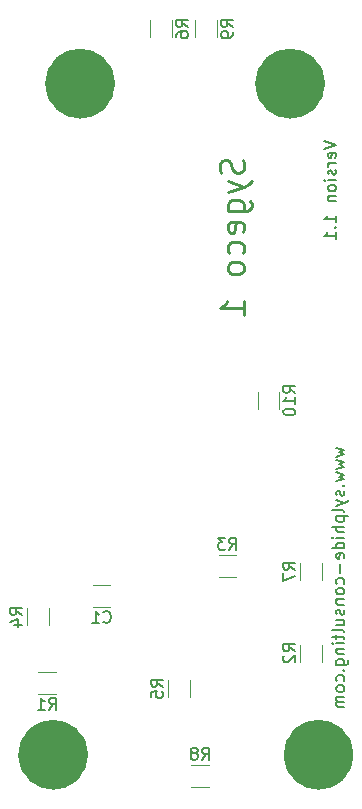
<source format=gbr>
%TF.GenerationSoftware,KiCad,Pcbnew,6.0.9*%
%TF.CreationDate,2023-02-22T15:13:05+01:00*%
%TF.ProjectId,sygeco1,73796765-636f-4312-9e6b-696361645f70,1.0*%
%TF.SameCoordinates,Original*%
%TF.FileFunction,Legend,Bot*%
%TF.FilePolarity,Positive*%
%FSLAX46Y46*%
G04 Gerber Fmt 4.6, Leading zero omitted, Abs format (unit mm)*
G04 Created by KiCad (PCBNEW 6.0.9) date 2023-02-22 15:13:05*
%MOMM*%
%LPD*%
G01*
G04 APERTURE LIST*
%ADD10C,0.150000*%
%ADD11C,0.250000*%
%ADD12C,0.120000*%
%ADD13C,2.960000*%
G04 APERTURE END LIST*
D10*
X154011380Y-70739523D02*
X155011380Y-71072857D01*
X154011380Y-71406190D01*
X154963761Y-72120476D02*
X155011380Y-72025238D01*
X155011380Y-71834761D01*
X154963761Y-71739523D01*
X154868523Y-71691904D01*
X154487571Y-71691904D01*
X154392333Y-71739523D01*
X154344714Y-71834761D01*
X154344714Y-72025238D01*
X154392333Y-72120476D01*
X154487571Y-72168095D01*
X154582809Y-72168095D01*
X154678047Y-71691904D01*
X155011380Y-72596666D02*
X154344714Y-72596666D01*
X154535190Y-72596666D02*
X154439952Y-72644285D01*
X154392333Y-72691904D01*
X154344714Y-72787142D01*
X154344714Y-72882380D01*
X154963761Y-73168095D02*
X155011380Y-73263333D01*
X155011380Y-73453809D01*
X154963761Y-73549047D01*
X154868523Y-73596666D01*
X154820904Y-73596666D01*
X154725666Y-73549047D01*
X154678047Y-73453809D01*
X154678047Y-73310952D01*
X154630428Y-73215714D01*
X154535190Y-73168095D01*
X154487571Y-73168095D01*
X154392333Y-73215714D01*
X154344714Y-73310952D01*
X154344714Y-73453809D01*
X154392333Y-73549047D01*
X155011380Y-74025238D02*
X154344714Y-74025238D01*
X154011380Y-74025238D02*
X154059000Y-73977619D01*
X154106619Y-74025238D01*
X154059000Y-74072857D01*
X154011380Y-74025238D01*
X154106619Y-74025238D01*
X155011380Y-74644285D02*
X154963761Y-74549047D01*
X154916142Y-74501428D01*
X154820904Y-74453809D01*
X154535190Y-74453809D01*
X154439952Y-74501428D01*
X154392333Y-74549047D01*
X154344714Y-74644285D01*
X154344714Y-74787142D01*
X154392333Y-74882380D01*
X154439952Y-74930000D01*
X154535190Y-74977619D01*
X154820904Y-74977619D01*
X154916142Y-74930000D01*
X154963761Y-74882380D01*
X155011380Y-74787142D01*
X155011380Y-74644285D01*
X154344714Y-75406190D02*
X155011380Y-75406190D01*
X154439952Y-75406190D02*
X154392333Y-75453809D01*
X154344714Y-75549047D01*
X154344714Y-75691904D01*
X154392333Y-75787142D01*
X154487571Y-75834761D01*
X155011380Y-75834761D01*
X155011380Y-77596666D02*
X155011380Y-77025238D01*
X155011380Y-77310952D02*
X154011380Y-77310952D01*
X154154238Y-77215714D01*
X154249476Y-77120476D01*
X154297095Y-77025238D01*
X154916142Y-78025238D02*
X154963761Y-78072857D01*
X155011380Y-78025238D01*
X154963761Y-77977619D01*
X154916142Y-78025238D01*
X155011380Y-78025238D01*
X155011380Y-79025238D02*
X155011380Y-78453809D01*
X155011380Y-78739523D02*
X154011380Y-78739523D01*
X154154238Y-78644285D01*
X154249476Y-78549047D01*
X154297095Y-78453809D01*
X155043214Y-96672190D02*
X155709880Y-96862666D01*
X155233690Y-97053142D01*
X155709880Y-97243619D01*
X155043214Y-97434095D01*
X155043214Y-97719809D02*
X155709880Y-97910285D01*
X155233690Y-98100761D01*
X155709880Y-98291238D01*
X155043214Y-98481714D01*
X155043214Y-98767428D02*
X155709880Y-98957904D01*
X155233690Y-99148380D01*
X155709880Y-99338857D01*
X155043214Y-99529333D01*
X155614642Y-99910285D02*
X155662261Y-99957904D01*
X155709880Y-99910285D01*
X155662261Y-99862666D01*
X155614642Y-99910285D01*
X155709880Y-99910285D01*
X155662261Y-100338857D02*
X155709880Y-100434095D01*
X155709880Y-100624571D01*
X155662261Y-100719809D01*
X155567023Y-100767428D01*
X155519404Y-100767428D01*
X155424166Y-100719809D01*
X155376547Y-100624571D01*
X155376547Y-100481714D01*
X155328928Y-100386476D01*
X155233690Y-100338857D01*
X155186071Y-100338857D01*
X155090833Y-100386476D01*
X155043214Y-100481714D01*
X155043214Y-100624571D01*
X155090833Y-100719809D01*
X155043214Y-101100761D02*
X155709880Y-101338857D01*
X155043214Y-101576952D02*
X155709880Y-101338857D01*
X155947976Y-101243619D01*
X155995595Y-101196000D01*
X156043214Y-101100761D01*
X155709880Y-102100761D02*
X155662261Y-102005523D01*
X155567023Y-101957904D01*
X154709880Y-101957904D01*
X155043214Y-102481714D02*
X156043214Y-102481714D01*
X155090833Y-102481714D02*
X155043214Y-102576952D01*
X155043214Y-102767428D01*
X155090833Y-102862666D01*
X155138452Y-102910285D01*
X155233690Y-102957904D01*
X155519404Y-102957904D01*
X155614642Y-102910285D01*
X155662261Y-102862666D01*
X155709880Y-102767428D01*
X155709880Y-102576952D01*
X155662261Y-102481714D01*
X155709880Y-103386476D02*
X154709880Y-103386476D01*
X155709880Y-103815047D02*
X155186071Y-103815047D01*
X155090833Y-103767428D01*
X155043214Y-103672190D01*
X155043214Y-103529333D01*
X155090833Y-103434095D01*
X155138452Y-103386476D01*
X155709880Y-104291238D02*
X155043214Y-104291238D01*
X154709880Y-104291238D02*
X154757500Y-104243619D01*
X154805119Y-104291238D01*
X154757500Y-104338857D01*
X154709880Y-104291238D01*
X154805119Y-104291238D01*
X155709880Y-105196000D02*
X154709880Y-105196000D01*
X155662261Y-105196000D02*
X155709880Y-105100761D01*
X155709880Y-104910285D01*
X155662261Y-104815047D01*
X155614642Y-104767428D01*
X155519404Y-104719809D01*
X155233690Y-104719809D01*
X155138452Y-104767428D01*
X155090833Y-104815047D01*
X155043214Y-104910285D01*
X155043214Y-105100761D01*
X155090833Y-105196000D01*
X155662261Y-106053142D02*
X155709880Y-105957904D01*
X155709880Y-105767428D01*
X155662261Y-105672190D01*
X155567023Y-105624571D01*
X155186071Y-105624571D01*
X155090833Y-105672190D01*
X155043214Y-105767428D01*
X155043214Y-105957904D01*
X155090833Y-106053142D01*
X155186071Y-106100761D01*
X155281309Y-106100761D01*
X155376547Y-105624571D01*
X155328928Y-106529333D02*
X155328928Y-107291238D01*
X155662261Y-108196000D02*
X155709880Y-108100761D01*
X155709880Y-107910285D01*
X155662261Y-107815047D01*
X155614642Y-107767428D01*
X155519404Y-107719809D01*
X155233690Y-107719809D01*
X155138452Y-107767428D01*
X155090833Y-107815047D01*
X155043214Y-107910285D01*
X155043214Y-108100761D01*
X155090833Y-108196000D01*
X155709880Y-108767428D02*
X155662261Y-108672190D01*
X155614642Y-108624571D01*
X155519404Y-108576952D01*
X155233690Y-108576952D01*
X155138452Y-108624571D01*
X155090833Y-108672190D01*
X155043214Y-108767428D01*
X155043214Y-108910285D01*
X155090833Y-109005523D01*
X155138452Y-109053142D01*
X155233690Y-109100761D01*
X155519404Y-109100761D01*
X155614642Y-109053142D01*
X155662261Y-109005523D01*
X155709880Y-108910285D01*
X155709880Y-108767428D01*
X155043214Y-109529333D02*
X155709880Y-109529333D01*
X155138452Y-109529333D02*
X155090833Y-109576952D01*
X155043214Y-109672190D01*
X155043214Y-109815047D01*
X155090833Y-109910285D01*
X155186071Y-109957904D01*
X155709880Y-109957904D01*
X155662261Y-110386476D02*
X155709880Y-110481714D01*
X155709880Y-110672190D01*
X155662261Y-110767428D01*
X155567023Y-110815047D01*
X155519404Y-110815047D01*
X155424166Y-110767428D01*
X155376547Y-110672190D01*
X155376547Y-110529333D01*
X155328928Y-110434095D01*
X155233690Y-110386476D01*
X155186071Y-110386476D01*
X155090833Y-110434095D01*
X155043214Y-110529333D01*
X155043214Y-110672190D01*
X155090833Y-110767428D01*
X155043214Y-111672190D02*
X155709880Y-111672190D01*
X155043214Y-111243619D02*
X155567023Y-111243619D01*
X155662261Y-111291238D01*
X155709880Y-111386476D01*
X155709880Y-111529333D01*
X155662261Y-111624571D01*
X155614642Y-111672190D01*
X155709880Y-112291238D02*
X155662261Y-112196000D01*
X155567023Y-112148380D01*
X154709880Y-112148380D01*
X155043214Y-112529333D02*
X155043214Y-112910285D01*
X154709880Y-112672190D02*
X155567023Y-112672190D01*
X155662261Y-112719809D01*
X155709880Y-112815047D01*
X155709880Y-112910285D01*
X155709880Y-113243619D02*
X155043214Y-113243619D01*
X154709880Y-113243619D02*
X154757500Y-113196000D01*
X154805119Y-113243619D01*
X154757500Y-113291238D01*
X154709880Y-113243619D01*
X154805119Y-113243619D01*
X155043214Y-113719809D02*
X155709880Y-113719809D01*
X155138452Y-113719809D02*
X155090833Y-113767428D01*
X155043214Y-113862666D01*
X155043214Y-114005523D01*
X155090833Y-114100761D01*
X155186071Y-114148380D01*
X155709880Y-114148380D01*
X155043214Y-115053142D02*
X155852738Y-115053142D01*
X155947976Y-115005523D01*
X155995595Y-114957904D01*
X156043214Y-114862666D01*
X156043214Y-114719809D01*
X155995595Y-114624571D01*
X155662261Y-115053142D02*
X155709880Y-114957904D01*
X155709880Y-114767428D01*
X155662261Y-114672190D01*
X155614642Y-114624571D01*
X155519404Y-114576952D01*
X155233690Y-114576952D01*
X155138452Y-114624571D01*
X155090833Y-114672190D01*
X155043214Y-114767428D01*
X155043214Y-114957904D01*
X155090833Y-115053142D01*
X155614642Y-115529333D02*
X155662261Y-115576952D01*
X155709880Y-115529333D01*
X155662261Y-115481714D01*
X155614642Y-115529333D01*
X155709880Y-115529333D01*
X155662261Y-116434095D02*
X155709880Y-116338857D01*
X155709880Y-116148380D01*
X155662261Y-116053142D01*
X155614642Y-116005523D01*
X155519404Y-115957904D01*
X155233690Y-115957904D01*
X155138452Y-116005523D01*
X155090833Y-116053142D01*
X155043214Y-116148380D01*
X155043214Y-116338857D01*
X155090833Y-116434095D01*
X155709880Y-117005523D02*
X155662261Y-116910285D01*
X155614642Y-116862666D01*
X155519404Y-116815047D01*
X155233690Y-116815047D01*
X155138452Y-116862666D01*
X155090833Y-116910285D01*
X155043214Y-117005523D01*
X155043214Y-117148380D01*
X155090833Y-117243619D01*
X155138452Y-117291238D01*
X155233690Y-117338857D01*
X155519404Y-117338857D01*
X155614642Y-117291238D01*
X155662261Y-117243619D01*
X155709880Y-117148380D01*
X155709880Y-117005523D01*
X155709880Y-117767428D02*
X155043214Y-117767428D01*
X155138452Y-117767428D02*
X155090833Y-117815047D01*
X155043214Y-117910285D01*
X155043214Y-118053142D01*
X155090833Y-118148380D01*
X155186071Y-118196000D01*
X155709880Y-118196000D01*
X155186071Y-118196000D02*
X155090833Y-118243619D01*
X155043214Y-118338857D01*
X155043214Y-118481714D01*
X155090833Y-118576952D01*
X155186071Y-118624571D01*
X155709880Y-118624571D01*
D11*
X147113523Y-72295571D02*
X147208761Y-72581285D01*
X147208761Y-73057476D01*
X147113523Y-73247952D01*
X147018285Y-73343190D01*
X146827809Y-73438428D01*
X146637333Y-73438428D01*
X146446857Y-73343190D01*
X146351619Y-73247952D01*
X146256380Y-73057476D01*
X146161142Y-72676523D01*
X146065904Y-72486047D01*
X145970666Y-72390809D01*
X145780190Y-72295571D01*
X145589714Y-72295571D01*
X145399238Y-72390809D01*
X145304000Y-72486047D01*
X145208761Y-72676523D01*
X145208761Y-73152714D01*
X145304000Y-73438428D01*
X145875428Y-74105095D02*
X147208761Y-74581285D01*
X145875428Y-75057476D02*
X147208761Y-74581285D01*
X147684952Y-74390809D01*
X147780190Y-74295571D01*
X147875428Y-74105095D01*
X145875428Y-76676523D02*
X147494476Y-76676523D01*
X147684952Y-76581285D01*
X147780190Y-76486047D01*
X147875428Y-76295571D01*
X147875428Y-76009857D01*
X147780190Y-75819380D01*
X147113523Y-76676523D02*
X147208761Y-76486047D01*
X147208761Y-76105095D01*
X147113523Y-75914619D01*
X147018285Y-75819380D01*
X146827809Y-75724142D01*
X146256380Y-75724142D01*
X146065904Y-75819380D01*
X145970666Y-75914619D01*
X145875428Y-76105095D01*
X145875428Y-76486047D01*
X145970666Y-76676523D01*
X147113523Y-78390809D02*
X147208761Y-78200333D01*
X147208761Y-77819380D01*
X147113523Y-77628904D01*
X146923047Y-77533666D01*
X146161142Y-77533666D01*
X145970666Y-77628904D01*
X145875428Y-77819380D01*
X145875428Y-78200333D01*
X145970666Y-78390809D01*
X146161142Y-78486047D01*
X146351619Y-78486047D01*
X146542095Y-77533666D01*
X147113523Y-80200333D02*
X147208761Y-80009857D01*
X147208761Y-79628904D01*
X147113523Y-79438428D01*
X147018285Y-79343190D01*
X146827809Y-79247952D01*
X146256380Y-79247952D01*
X146065904Y-79343190D01*
X145970666Y-79438428D01*
X145875428Y-79628904D01*
X145875428Y-80009857D01*
X145970666Y-80200333D01*
X147208761Y-81343190D02*
X147113523Y-81152714D01*
X147018285Y-81057476D01*
X146827809Y-80962238D01*
X146256380Y-80962238D01*
X146065904Y-81057476D01*
X145970666Y-81152714D01*
X145875428Y-81343190D01*
X145875428Y-81628904D01*
X145970666Y-81819380D01*
X146065904Y-81914619D01*
X146256380Y-82009857D01*
X146827809Y-82009857D01*
X147018285Y-81914619D01*
X147113523Y-81819380D01*
X147208761Y-81628904D01*
X147208761Y-81343190D01*
X147208761Y-85438428D02*
X147208761Y-84295571D01*
X147208761Y-84867000D02*
X145208761Y-84867000D01*
X145494476Y-84676523D01*
X145684952Y-84486047D01*
X145780190Y-84295571D01*
D10*
%TO.C,R3*%
X145988666Y-105312380D02*
X146322000Y-104836190D01*
X146560095Y-105312380D02*
X146560095Y-104312380D01*
X146179142Y-104312380D01*
X146083904Y-104360000D01*
X146036285Y-104407619D01*
X145988666Y-104502857D01*
X145988666Y-104645714D01*
X146036285Y-104740952D01*
X146083904Y-104788571D01*
X146179142Y-104836190D01*
X146560095Y-104836190D01*
X145655333Y-104312380D02*
X145036285Y-104312380D01*
X145369619Y-104693333D01*
X145226761Y-104693333D01*
X145131523Y-104740952D01*
X145083904Y-104788571D01*
X145036285Y-104883809D01*
X145036285Y-105121904D01*
X145083904Y-105217142D01*
X145131523Y-105264761D01*
X145226761Y-105312380D01*
X145512476Y-105312380D01*
X145607714Y-105264761D01*
X145655333Y-105217142D01*
%TO.C,R4*%
X128426380Y-110831333D02*
X127950190Y-110498000D01*
X128426380Y-110259904D02*
X127426380Y-110259904D01*
X127426380Y-110640857D01*
X127474000Y-110736095D01*
X127521619Y-110783714D01*
X127616857Y-110831333D01*
X127759714Y-110831333D01*
X127854952Y-110783714D01*
X127902571Y-110736095D01*
X127950190Y-110640857D01*
X127950190Y-110259904D01*
X127759714Y-111688476D02*
X128426380Y-111688476D01*
X127378761Y-111450380D02*
X128093047Y-111212285D01*
X128093047Y-111831333D01*
%TO.C,R5*%
X140364380Y-116901333D02*
X139888190Y-116568000D01*
X140364380Y-116329904D02*
X139364380Y-116329904D01*
X139364380Y-116710857D01*
X139412000Y-116806095D01*
X139459619Y-116853714D01*
X139554857Y-116901333D01*
X139697714Y-116901333D01*
X139792952Y-116853714D01*
X139840571Y-116806095D01*
X139888190Y-116710857D01*
X139888190Y-116329904D01*
X139364380Y-117806095D02*
X139364380Y-117329904D01*
X139840571Y-117282285D01*
X139792952Y-117329904D01*
X139745333Y-117425142D01*
X139745333Y-117663238D01*
X139792952Y-117758476D01*
X139840571Y-117806095D01*
X139935809Y-117853714D01*
X140173904Y-117853714D01*
X140269142Y-117806095D01*
X140316761Y-117758476D01*
X140364380Y-117663238D01*
X140364380Y-117425142D01*
X140316761Y-117329904D01*
X140269142Y-117282285D01*
%TO.C,C1*%
X135333166Y-111427142D02*
X135380785Y-111474761D01*
X135523642Y-111522380D01*
X135618880Y-111522380D01*
X135761738Y-111474761D01*
X135856976Y-111379523D01*
X135904595Y-111284285D01*
X135952214Y-111093809D01*
X135952214Y-110950952D01*
X135904595Y-110760476D01*
X135856976Y-110665238D01*
X135761738Y-110570000D01*
X135618880Y-110522380D01*
X135523642Y-110522380D01*
X135380785Y-110570000D01*
X135333166Y-110617619D01*
X134380785Y-111522380D02*
X134952214Y-111522380D01*
X134666500Y-111522380D02*
X134666500Y-110522380D01*
X134761738Y-110665238D01*
X134856976Y-110760476D01*
X134952214Y-110808095D01*
%TO.C,R6*%
X142480380Y-61047333D02*
X142004190Y-60714000D01*
X142480380Y-60475904D02*
X141480380Y-60475904D01*
X141480380Y-60856857D01*
X141528000Y-60952095D01*
X141575619Y-60999714D01*
X141670857Y-61047333D01*
X141813714Y-61047333D01*
X141908952Y-60999714D01*
X141956571Y-60952095D01*
X142004190Y-60856857D01*
X142004190Y-60475904D01*
X141480380Y-61904476D02*
X141480380Y-61714000D01*
X141528000Y-61618761D01*
X141575619Y-61571142D01*
X141718476Y-61475904D01*
X141908952Y-61428285D01*
X142289904Y-61428285D01*
X142385142Y-61475904D01*
X142432761Y-61523523D01*
X142480380Y-61618761D01*
X142480380Y-61809238D01*
X142432761Y-61904476D01*
X142385142Y-61952095D01*
X142289904Y-61999714D01*
X142051809Y-61999714D01*
X141956571Y-61952095D01*
X141908952Y-61904476D01*
X141861333Y-61809238D01*
X141861333Y-61618761D01*
X141908952Y-61523523D01*
X141956571Y-61475904D01*
X142051809Y-61428285D01*
%TO.C,R8*%
X143676666Y-123092380D02*
X144010000Y-122616190D01*
X144248095Y-123092380D02*
X144248095Y-122092380D01*
X143867142Y-122092380D01*
X143771904Y-122140000D01*
X143724285Y-122187619D01*
X143676666Y-122282857D01*
X143676666Y-122425714D01*
X143724285Y-122520952D01*
X143771904Y-122568571D01*
X143867142Y-122616190D01*
X144248095Y-122616190D01*
X143105238Y-122520952D02*
X143200476Y-122473333D01*
X143248095Y-122425714D01*
X143295714Y-122330476D01*
X143295714Y-122282857D01*
X143248095Y-122187619D01*
X143200476Y-122140000D01*
X143105238Y-122092380D01*
X142914761Y-122092380D01*
X142819523Y-122140000D01*
X142771904Y-122187619D01*
X142724285Y-122282857D01*
X142724285Y-122330476D01*
X142771904Y-122425714D01*
X142819523Y-122473333D01*
X142914761Y-122520952D01*
X143105238Y-122520952D01*
X143200476Y-122568571D01*
X143248095Y-122616190D01*
X143295714Y-122711428D01*
X143295714Y-122901904D01*
X143248095Y-122997142D01*
X143200476Y-123044761D01*
X143105238Y-123092380D01*
X142914761Y-123092380D01*
X142819523Y-123044761D01*
X142771904Y-122997142D01*
X142724285Y-122901904D01*
X142724285Y-122711428D01*
X142771904Y-122616190D01*
X142819523Y-122568571D01*
X142914761Y-122520952D01*
%TO.C,R1*%
X130722666Y-118858380D02*
X131056000Y-118382190D01*
X131294095Y-118858380D02*
X131294095Y-117858380D01*
X130913142Y-117858380D01*
X130817904Y-117906000D01*
X130770285Y-117953619D01*
X130722666Y-118048857D01*
X130722666Y-118191714D01*
X130770285Y-118286952D01*
X130817904Y-118334571D01*
X130913142Y-118382190D01*
X131294095Y-118382190D01*
X129770285Y-118858380D02*
X130341714Y-118858380D01*
X130056000Y-118858380D02*
X130056000Y-117858380D01*
X130151238Y-118001238D01*
X130246476Y-118096476D01*
X130341714Y-118144095D01*
%TO.C,R7*%
X151540380Y-106995333D02*
X151064190Y-106662000D01*
X151540380Y-106423904D02*
X150540380Y-106423904D01*
X150540380Y-106804857D01*
X150588000Y-106900095D01*
X150635619Y-106947714D01*
X150730857Y-106995333D01*
X150873714Y-106995333D01*
X150968952Y-106947714D01*
X151016571Y-106900095D01*
X151064190Y-106804857D01*
X151064190Y-106423904D01*
X150540380Y-107328666D02*
X150540380Y-107995333D01*
X151540380Y-107566761D01*
%TO.C,R2*%
X151540380Y-113905333D02*
X151064190Y-113572000D01*
X151540380Y-113333904D02*
X150540380Y-113333904D01*
X150540380Y-113714857D01*
X150588000Y-113810095D01*
X150635619Y-113857714D01*
X150730857Y-113905333D01*
X150873714Y-113905333D01*
X150968952Y-113857714D01*
X151016571Y-113810095D01*
X151064190Y-113714857D01*
X151064190Y-113333904D01*
X150635619Y-114286285D02*
X150588000Y-114333904D01*
X150540380Y-114429142D01*
X150540380Y-114667238D01*
X150588000Y-114762476D01*
X150635619Y-114810095D01*
X150730857Y-114857714D01*
X150826095Y-114857714D01*
X150968952Y-114810095D01*
X151540380Y-114238666D01*
X151540380Y-114857714D01*
%TO.C,R9*%
X146290380Y-61047333D02*
X145814190Y-60714000D01*
X146290380Y-60475904D02*
X145290380Y-60475904D01*
X145290380Y-60856857D01*
X145338000Y-60952095D01*
X145385619Y-60999714D01*
X145480857Y-61047333D01*
X145623714Y-61047333D01*
X145718952Y-60999714D01*
X145766571Y-60952095D01*
X145814190Y-60856857D01*
X145814190Y-60475904D01*
X146290380Y-61523523D02*
X146290380Y-61714000D01*
X146242761Y-61809238D01*
X146195142Y-61856857D01*
X146052285Y-61952095D01*
X145861809Y-61999714D01*
X145480857Y-61999714D01*
X145385619Y-61952095D01*
X145338000Y-61904476D01*
X145290380Y-61809238D01*
X145290380Y-61618761D01*
X145338000Y-61523523D01*
X145385619Y-61475904D01*
X145480857Y-61428285D01*
X145718952Y-61428285D01*
X145814190Y-61475904D01*
X145861809Y-61523523D01*
X145909428Y-61618761D01*
X145909428Y-61809238D01*
X145861809Y-61904476D01*
X145814190Y-61952095D01*
X145718952Y-61999714D01*
%TO.C,R10*%
X151560880Y-92029642D02*
X151084690Y-91696309D01*
X151560880Y-91458214D02*
X150560880Y-91458214D01*
X150560880Y-91839166D01*
X150608500Y-91934404D01*
X150656119Y-91982023D01*
X150751357Y-92029642D01*
X150894214Y-92029642D01*
X150989452Y-91982023D01*
X151037071Y-91934404D01*
X151084690Y-91839166D01*
X151084690Y-91458214D01*
X151560880Y-92982023D02*
X151560880Y-92410595D01*
X151560880Y-92696309D02*
X150560880Y-92696309D01*
X150703738Y-92601071D01*
X150798976Y-92505833D01*
X150846595Y-92410595D01*
X150560880Y-93601071D02*
X150560880Y-93696309D01*
X150608500Y-93791547D01*
X150656119Y-93839166D01*
X150751357Y-93886785D01*
X150941833Y-93934404D01*
X151179928Y-93934404D01*
X151370404Y-93886785D01*
X151465642Y-93839166D01*
X151513261Y-93791547D01*
X151560880Y-93696309D01*
X151560880Y-93601071D01*
X151513261Y-93505833D01*
X151465642Y-93458214D01*
X151370404Y-93410595D01*
X151179928Y-93362976D01*
X150941833Y-93362976D01*
X150751357Y-93410595D01*
X150656119Y-93458214D01*
X150608500Y-93505833D01*
X150560880Y-93601071D01*
D12*
%TO.C,R3*%
X146549064Y-105770000D02*
X145094936Y-105770000D01*
X146549064Y-107590000D02*
X145094936Y-107590000D01*
%TO.C,R4*%
X128884000Y-110270936D02*
X128884000Y-111725064D01*
X130704000Y-110270936D02*
X130704000Y-111725064D01*
%TO.C,R5*%
X140822000Y-116340936D02*
X140822000Y-117795064D01*
X142642000Y-116340936D02*
X142642000Y-117795064D01*
%TO.C,C1*%
X134455248Y-108310000D02*
X135877752Y-108310000D01*
X134455248Y-110130000D02*
X135877752Y-110130000D01*
%TO.C,R6*%
X139298000Y-61941064D02*
X139298000Y-60486936D01*
X141118000Y-61941064D02*
X141118000Y-60486936D01*
%TO.C,R8*%
X144237064Y-125370000D02*
X142782936Y-125370000D01*
X144237064Y-123550000D02*
X142782936Y-123550000D01*
%TO.C,R1*%
X129828936Y-115676000D02*
X131283064Y-115676000D01*
X129828936Y-117496000D02*
X131283064Y-117496000D01*
%TO.C,R7*%
X153818000Y-106434936D02*
X153818000Y-107889064D01*
X151998000Y-106434936D02*
X151998000Y-107889064D01*
%TO.C,R2*%
X153818000Y-113344936D02*
X153818000Y-114799064D01*
X151998000Y-113344936D02*
X151998000Y-114799064D01*
%TO.C,R9*%
X143108000Y-61941064D02*
X143108000Y-60486936D01*
X144928000Y-61941064D02*
X144928000Y-60486936D01*
%TO.C,R10*%
X148378500Y-93399564D02*
X148378500Y-91945436D01*
X150198500Y-93399564D02*
X150198500Y-91945436D01*
%TO.C,RP4*%
D13*
X155023000Y-122680000D02*
G75*
G03*
X155023000Y-122680000I-1480000J0D01*
G01*
%TO.C,RP1*%
X152610000Y-65857000D02*
G75*
G03*
X152610000Y-65857000I-1480000J0D01*
G01*
%TO.C,RP3*%
X134830000Y-65857000D02*
G75*
G03*
X134830000Y-65857000I-1480000J0D01*
G01*
%TO.C,RP2*%
X132544000Y-122680000D02*
G75*
G03*
X132544000Y-122680000I-1480000J0D01*
G01*
%TD*%
M02*

</source>
